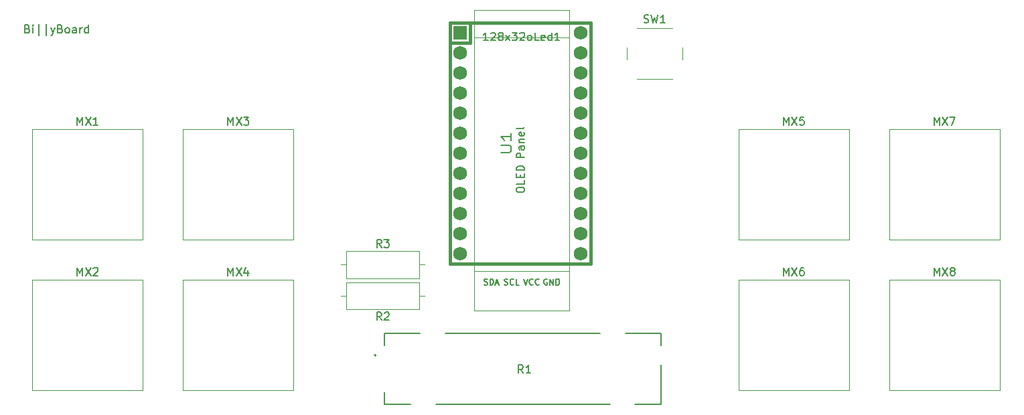
<source format=gbr>
%TF.GenerationSoftware,KiCad,Pcbnew,(7.0.0)*%
%TF.CreationDate,2023-07-31T10:46:51-07:00*%
%TF.ProjectId,macropad-V3,6d616372-6f70-4616-942d-56332e6b6963,rev?*%
%TF.SameCoordinates,Original*%
%TF.FileFunction,Legend,Top*%
%TF.FilePolarity,Positive*%
%FSLAX46Y46*%
G04 Gerber Fmt 4.6, Leading zero omitted, Abs format (unit mm)*
G04 Created by KiCad (PCBNEW (7.0.0)) date 2023-07-31 10:46:51*
%MOMM*%
%LPD*%
G01*
G04 APERTURE LIST*
%ADD10C,0.150000*%
%ADD11C,0.203200*%
%ADD12C,0.120000*%
%ADD13C,0.381000*%
%ADD14C,0.040000*%
%ADD15C,0.127000*%
%ADD16C,0.200000*%
%ADD17R,1.752600X1.752600*%
%ADD18C,1.752600*%
G04 APERTURE END LIST*
D10*
X77660428Y-53233571D02*
X77803285Y-53281190D01*
X77803285Y-53281190D02*
X77850904Y-53328809D01*
X77850904Y-53328809D02*
X77898523Y-53424047D01*
X77898523Y-53424047D02*
X77898523Y-53566904D01*
X77898523Y-53566904D02*
X77850904Y-53662142D01*
X77850904Y-53662142D02*
X77803285Y-53709761D01*
X77803285Y-53709761D02*
X77708047Y-53757380D01*
X77708047Y-53757380D02*
X77327095Y-53757380D01*
X77327095Y-53757380D02*
X77327095Y-52757380D01*
X77327095Y-52757380D02*
X77660428Y-52757380D01*
X77660428Y-52757380D02*
X77755666Y-52805000D01*
X77755666Y-52805000D02*
X77803285Y-52852619D01*
X77803285Y-52852619D02*
X77850904Y-52947857D01*
X77850904Y-52947857D02*
X77850904Y-53043095D01*
X77850904Y-53043095D02*
X77803285Y-53138333D01*
X77803285Y-53138333D02*
X77755666Y-53185952D01*
X77755666Y-53185952D02*
X77660428Y-53233571D01*
X77660428Y-53233571D02*
X77327095Y-53233571D01*
X78327095Y-53757380D02*
X78327095Y-53090714D01*
X78327095Y-52757380D02*
X78279476Y-52805000D01*
X78279476Y-52805000D02*
X78327095Y-52852619D01*
X78327095Y-52852619D02*
X78374714Y-52805000D01*
X78374714Y-52805000D02*
X78327095Y-52757380D01*
X78327095Y-52757380D02*
X78327095Y-52852619D01*
X79041380Y-54090714D02*
X79041380Y-52662142D01*
X79993761Y-54090714D02*
X79993761Y-52662142D01*
X80612809Y-53090714D02*
X80850904Y-53757380D01*
X81088999Y-53090714D02*
X80850904Y-53757380D01*
X80850904Y-53757380D02*
X80755666Y-53995476D01*
X80755666Y-53995476D02*
X80708047Y-54043095D01*
X80708047Y-54043095D02*
X80612809Y-54090714D01*
X81803285Y-53233571D02*
X81946142Y-53281190D01*
X81946142Y-53281190D02*
X81993761Y-53328809D01*
X81993761Y-53328809D02*
X82041380Y-53424047D01*
X82041380Y-53424047D02*
X82041380Y-53566904D01*
X82041380Y-53566904D02*
X81993761Y-53662142D01*
X81993761Y-53662142D02*
X81946142Y-53709761D01*
X81946142Y-53709761D02*
X81850904Y-53757380D01*
X81850904Y-53757380D02*
X81469952Y-53757380D01*
X81469952Y-53757380D02*
X81469952Y-52757380D01*
X81469952Y-52757380D02*
X81803285Y-52757380D01*
X81803285Y-52757380D02*
X81898523Y-52805000D01*
X81898523Y-52805000D02*
X81946142Y-52852619D01*
X81946142Y-52852619D02*
X81993761Y-52947857D01*
X81993761Y-52947857D02*
X81993761Y-53043095D01*
X81993761Y-53043095D02*
X81946142Y-53138333D01*
X81946142Y-53138333D02*
X81898523Y-53185952D01*
X81898523Y-53185952D02*
X81803285Y-53233571D01*
X81803285Y-53233571D02*
X81469952Y-53233571D01*
X82612809Y-53757380D02*
X82517571Y-53709761D01*
X82517571Y-53709761D02*
X82469952Y-53662142D01*
X82469952Y-53662142D02*
X82422333Y-53566904D01*
X82422333Y-53566904D02*
X82422333Y-53281190D01*
X82422333Y-53281190D02*
X82469952Y-53185952D01*
X82469952Y-53185952D02*
X82517571Y-53138333D01*
X82517571Y-53138333D02*
X82612809Y-53090714D01*
X82612809Y-53090714D02*
X82755666Y-53090714D01*
X82755666Y-53090714D02*
X82850904Y-53138333D01*
X82850904Y-53138333D02*
X82898523Y-53185952D01*
X82898523Y-53185952D02*
X82946142Y-53281190D01*
X82946142Y-53281190D02*
X82946142Y-53566904D01*
X82946142Y-53566904D02*
X82898523Y-53662142D01*
X82898523Y-53662142D02*
X82850904Y-53709761D01*
X82850904Y-53709761D02*
X82755666Y-53757380D01*
X82755666Y-53757380D02*
X82612809Y-53757380D01*
X83803285Y-53757380D02*
X83803285Y-53233571D01*
X83803285Y-53233571D02*
X83755666Y-53138333D01*
X83755666Y-53138333D02*
X83660428Y-53090714D01*
X83660428Y-53090714D02*
X83469952Y-53090714D01*
X83469952Y-53090714D02*
X83374714Y-53138333D01*
X83803285Y-53709761D02*
X83708047Y-53757380D01*
X83708047Y-53757380D02*
X83469952Y-53757380D01*
X83469952Y-53757380D02*
X83374714Y-53709761D01*
X83374714Y-53709761D02*
X83327095Y-53614523D01*
X83327095Y-53614523D02*
X83327095Y-53519285D01*
X83327095Y-53519285D02*
X83374714Y-53424047D01*
X83374714Y-53424047D02*
X83469952Y-53376428D01*
X83469952Y-53376428D02*
X83708047Y-53376428D01*
X83708047Y-53376428D02*
X83803285Y-53328809D01*
X84279476Y-53757380D02*
X84279476Y-53090714D01*
X84279476Y-53281190D02*
X84327095Y-53185952D01*
X84327095Y-53185952D02*
X84374714Y-53138333D01*
X84374714Y-53138333D02*
X84469952Y-53090714D01*
X84469952Y-53090714D02*
X84565190Y-53090714D01*
X85327095Y-53757380D02*
X85327095Y-52757380D01*
X85327095Y-53709761D02*
X85231857Y-53757380D01*
X85231857Y-53757380D02*
X85041381Y-53757380D01*
X85041381Y-53757380D02*
X84946143Y-53709761D01*
X84946143Y-53709761D02*
X84898524Y-53662142D01*
X84898524Y-53662142D02*
X84850905Y-53566904D01*
X84850905Y-53566904D02*
X84850905Y-53281190D01*
X84850905Y-53281190D02*
X84898524Y-53185952D01*
X84898524Y-53185952D02*
X84946143Y-53138333D01*
X84946143Y-53138333D02*
X85041381Y-53090714D01*
X85041381Y-53090714D02*
X85231857Y-53090714D01*
X85231857Y-53090714D02*
X85327095Y-53138333D01*
%TO.C,MX7*%
X192262286Y-65391380D02*
X192262286Y-64391380D01*
X192262286Y-64391380D02*
X192595619Y-65105666D01*
X192595619Y-65105666D02*
X192928952Y-64391380D01*
X192928952Y-64391380D02*
X192928952Y-65391380D01*
X193309905Y-64391380D02*
X193976571Y-65391380D01*
X193976571Y-64391380D02*
X193309905Y-65391380D01*
X194262286Y-64391380D02*
X194928952Y-64391380D01*
X194928952Y-64391380D02*
X194500381Y-65391380D01*
%TO.C,MX2*%
X83931286Y-84441380D02*
X83931286Y-83441380D01*
X83931286Y-83441380D02*
X84264619Y-84155666D01*
X84264619Y-84155666D02*
X84597952Y-83441380D01*
X84597952Y-83441380D02*
X84597952Y-84441380D01*
X84978905Y-83441380D02*
X85645571Y-84441380D01*
X85645571Y-83441380D02*
X84978905Y-84441380D01*
X85978905Y-83536619D02*
X86026524Y-83489000D01*
X86026524Y-83489000D02*
X86121762Y-83441380D01*
X86121762Y-83441380D02*
X86359857Y-83441380D01*
X86359857Y-83441380D02*
X86455095Y-83489000D01*
X86455095Y-83489000D02*
X86502714Y-83536619D01*
X86502714Y-83536619D02*
X86550333Y-83631857D01*
X86550333Y-83631857D02*
X86550333Y-83727095D01*
X86550333Y-83727095D02*
X86502714Y-83869952D01*
X86502714Y-83869952D02*
X85931286Y-84441380D01*
X85931286Y-84441380D02*
X86550333Y-84441380D01*
%TO.C,SW1*%
X155586667Y-52421761D02*
X155729524Y-52469380D01*
X155729524Y-52469380D02*
X155967619Y-52469380D01*
X155967619Y-52469380D02*
X156062857Y-52421761D01*
X156062857Y-52421761D02*
X156110476Y-52374142D01*
X156110476Y-52374142D02*
X156158095Y-52278904D01*
X156158095Y-52278904D02*
X156158095Y-52183666D01*
X156158095Y-52183666D02*
X156110476Y-52088428D01*
X156110476Y-52088428D02*
X156062857Y-52040809D01*
X156062857Y-52040809D02*
X155967619Y-51993190D01*
X155967619Y-51993190D02*
X155777143Y-51945571D01*
X155777143Y-51945571D02*
X155681905Y-51897952D01*
X155681905Y-51897952D02*
X155634286Y-51850333D01*
X155634286Y-51850333D02*
X155586667Y-51755095D01*
X155586667Y-51755095D02*
X155586667Y-51659857D01*
X155586667Y-51659857D02*
X155634286Y-51564619D01*
X155634286Y-51564619D02*
X155681905Y-51517000D01*
X155681905Y-51517000D02*
X155777143Y-51469380D01*
X155777143Y-51469380D02*
X156015238Y-51469380D01*
X156015238Y-51469380D02*
X156158095Y-51517000D01*
X156491429Y-51469380D02*
X156729524Y-52469380D01*
X156729524Y-52469380D02*
X156920000Y-51755095D01*
X156920000Y-51755095D02*
X157110476Y-52469380D01*
X157110476Y-52469380D02*
X157348572Y-51469380D01*
X158253333Y-52469380D02*
X157681905Y-52469380D01*
X157967619Y-52469380D02*
X157967619Y-51469380D01*
X157967619Y-51469380D02*
X157872381Y-51612238D01*
X157872381Y-51612238D02*
X157777143Y-51707476D01*
X157777143Y-51707476D02*
X157681905Y-51755095D01*
%TO.C,R3*%
X122388333Y-80885380D02*
X122055000Y-80409190D01*
X121816905Y-80885380D02*
X121816905Y-79885380D01*
X121816905Y-79885380D02*
X122197857Y-79885380D01*
X122197857Y-79885380D02*
X122293095Y-79933000D01*
X122293095Y-79933000D02*
X122340714Y-79980619D01*
X122340714Y-79980619D02*
X122388333Y-80075857D01*
X122388333Y-80075857D02*
X122388333Y-80218714D01*
X122388333Y-80218714D02*
X122340714Y-80313952D01*
X122340714Y-80313952D02*
X122293095Y-80361571D01*
X122293095Y-80361571D02*
X122197857Y-80409190D01*
X122197857Y-80409190D02*
X121816905Y-80409190D01*
X122721667Y-79885380D02*
X123340714Y-79885380D01*
X123340714Y-79885380D02*
X123007381Y-80266333D01*
X123007381Y-80266333D02*
X123150238Y-80266333D01*
X123150238Y-80266333D02*
X123245476Y-80313952D01*
X123245476Y-80313952D02*
X123293095Y-80361571D01*
X123293095Y-80361571D02*
X123340714Y-80456809D01*
X123340714Y-80456809D02*
X123340714Y-80694904D01*
X123340714Y-80694904D02*
X123293095Y-80790142D01*
X123293095Y-80790142D02*
X123245476Y-80837761D01*
X123245476Y-80837761D02*
X123150238Y-80885380D01*
X123150238Y-80885380D02*
X122864524Y-80885380D01*
X122864524Y-80885380D02*
X122769286Y-80837761D01*
X122769286Y-80837761D02*
X122721667Y-80790142D01*
%TO.C,MX6*%
X173212286Y-84441380D02*
X173212286Y-83441380D01*
X173212286Y-83441380D02*
X173545619Y-84155666D01*
X173545619Y-84155666D02*
X173878952Y-83441380D01*
X173878952Y-83441380D02*
X173878952Y-84441380D01*
X174259905Y-83441380D02*
X174926571Y-84441380D01*
X174926571Y-83441380D02*
X174259905Y-84441380D01*
X175736095Y-83441380D02*
X175545619Y-83441380D01*
X175545619Y-83441380D02*
X175450381Y-83489000D01*
X175450381Y-83489000D02*
X175402762Y-83536619D01*
X175402762Y-83536619D02*
X175307524Y-83679476D01*
X175307524Y-83679476D02*
X175259905Y-83869952D01*
X175259905Y-83869952D02*
X175259905Y-84250904D01*
X175259905Y-84250904D02*
X175307524Y-84346142D01*
X175307524Y-84346142D02*
X175355143Y-84393761D01*
X175355143Y-84393761D02*
X175450381Y-84441380D01*
X175450381Y-84441380D02*
X175640857Y-84441380D01*
X175640857Y-84441380D02*
X175736095Y-84393761D01*
X175736095Y-84393761D02*
X175783714Y-84346142D01*
X175783714Y-84346142D02*
X175831333Y-84250904D01*
X175831333Y-84250904D02*
X175831333Y-84012809D01*
X175831333Y-84012809D02*
X175783714Y-83917571D01*
X175783714Y-83917571D02*
X175736095Y-83869952D01*
X175736095Y-83869952D02*
X175640857Y-83822333D01*
X175640857Y-83822333D02*
X175450381Y-83822333D01*
X175450381Y-83822333D02*
X175355143Y-83869952D01*
X175355143Y-83869952D02*
X175307524Y-83917571D01*
X175307524Y-83917571D02*
X175259905Y-84012809D01*
%TO.C,MX4*%
X102981286Y-84441380D02*
X102981286Y-83441380D01*
X102981286Y-83441380D02*
X103314619Y-84155666D01*
X103314619Y-84155666D02*
X103647952Y-83441380D01*
X103647952Y-83441380D02*
X103647952Y-84441380D01*
X104028905Y-83441380D02*
X104695571Y-84441380D01*
X104695571Y-83441380D02*
X104028905Y-84441380D01*
X105505095Y-83774714D02*
X105505095Y-84441380D01*
X105267000Y-83393761D02*
X105028905Y-84108047D01*
X105028905Y-84108047D02*
X105647952Y-84108047D01*
%TO.C,MX5*%
X173212286Y-65391380D02*
X173212286Y-64391380D01*
X173212286Y-64391380D02*
X173545619Y-65105666D01*
X173545619Y-65105666D02*
X173878952Y-64391380D01*
X173878952Y-64391380D02*
X173878952Y-65391380D01*
X174259905Y-64391380D02*
X174926571Y-65391380D01*
X174926571Y-64391380D02*
X174259905Y-65391380D01*
X175783714Y-64391380D02*
X175307524Y-64391380D01*
X175307524Y-64391380D02*
X175259905Y-64867571D01*
X175259905Y-64867571D02*
X175307524Y-64819952D01*
X175307524Y-64819952D02*
X175402762Y-64772333D01*
X175402762Y-64772333D02*
X175640857Y-64772333D01*
X175640857Y-64772333D02*
X175736095Y-64819952D01*
X175736095Y-64819952D02*
X175783714Y-64867571D01*
X175783714Y-64867571D02*
X175831333Y-64962809D01*
X175831333Y-64962809D02*
X175831333Y-65200904D01*
X175831333Y-65200904D02*
X175783714Y-65296142D01*
X175783714Y-65296142D02*
X175736095Y-65343761D01*
X175736095Y-65343761D02*
X175640857Y-65391380D01*
X175640857Y-65391380D02*
X175402762Y-65391380D01*
X175402762Y-65391380D02*
X175307524Y-65343761D01*
X175307524Y-65343761D02*
X175259905Y-65296142D01*
D11*
%TO.C,U1*%
X137525573Y-68852142D02*
X138553669Y-68852142D01*
X138553669Y-68852142D02*
X138674621Y-68779571D01*
X138674621Y-68779571D02*
X138735097Y-68707000D01*
X138735097Y-68707000D02*
X138795573Y-68561857D01*
X138795573Y-68561857D02*
X138795573Y-68271571D01*
X138795573Y-68271571D02*
X138735097Y-68126428D01*
X138735097Y-68126428D02*
X138674621Y-68053857D01*
X138674621Y-68053857D02*
X138553669Y-67981285D01*
X138553669Y-67981285D02*
X137525573Y-67981285D01*
X138795573Y-66457286D02*
X138795573Y-67328143D01*
X138795573Y-66892714D02*
X137525573Y-66892714D01*
X137525573Y-66892714D02*
X137707002Y-67037857D01*
X137707002Y-67037857D02*
X137827954Y-67183000D01*
X137827954Y-67183000D02*
X137888430Y-67328143D01*
D10*
%TO.C,MX8*%
X192262286Y-84441380D02*
X192262286Y-83441380D01*
X192262286Y-83441380D02*
X192595619Y-84155666D01*
X192595619Y-84155666D02*
X192928952Y-83441380D01*
X192928952Y-83441380D02*
X192928952Y-84441380D01*
X193309905Y-83441380D02*
X193976571Y-84441380D01*
X193976571Y-83441380D02*
X193309905Y-84441380D01*
X194500381Y-83869952D02*
X194405143Y-83822333D01*
X194405143Y-83822333D02*
X194357524Y-83774714D01*
X194357524Y-83774714D02*
X194309905Y-83679476D01*
X194309905Y-83679476D02*
X194309905Y-83631857D01*
X194309905Y-83631857D02*
X194357524Y-83536619D01*
X194357524Y-83536619D02*
X194405143Y-83489000D01*
X194405143Y-83489000D02*
X194500381Y-83441380D01*
X194500381Y-83441380D02*
X194690857Y-83441380D01*
X194690857Y-83441380D02*
X194786095Y-83489000D01*
X194786095Y-83489000D02*
X194833714Y-83536619D01*
X194833714Y-83536619D02*
X194881333Y-83631857D01*
X194881333Y-83631857D02*
X194881333Y-83679476D01*
X194881333Y-83679476D02*
X194833714Y-83774714D01*
X194833714Y-83774714D02*
X194786095Y-83822333D01*
X194786095Y-83822333D02*
X194690857Y-83869952D01*
X194690857Y-83869952D02*
X194500381Y-83869952D01*
X194500381Y-83869952D02*
X194405143Y-83917571D01*
X194405143Y-83917571D02*
X194357524Y-83965190D01*
X194357524Y-83965190D02*
X194309905Y-84060428D01*
X194309905Y-84060428D02*
X194309905Y-84250904D01*
X194309905Y-84250904D02*
X194357524Y-84346142D01*
X194357524Y-84346142D02*
X194405143Y-84393761D01*
X194405143Y-84393761D02*
X194500381Y-84441380D01*
X194500381Y-84441380D02*
X194690857Y-84441380D01*
X194690857Y-84441380D02*
X194786095Y-84393761D01*
X194786095Y-84393761D02*
X194833714Y-84346142D01*
X194833714Y-84346142D02*
X194881333Y-84250904D01*
X194881333Y-84250904D02*
X194881333Y-84060428D01*
X194881333Y-84060428D02*
X194833714Y-83965190D01*
X194833714Y-83965190D02*
X194786095Y-83917571D01*
X194786095Y-83917571D02*
X194690857Y-83869952D01*
%TO.C,128x32oLed1*%
X135854904Y-54705380D02*
X135283476Y-54705380D01*
X135569190Y-54705380D02*
X135569190Y-53705380D01*
X135569190Y-53705380D02*
X135473952Y-53848238D01*
X135473952Y-53848238D02*
X135378714Y-53943476D01*
X135378714Y-53943476D02*
X135283476Y-53991095D01*
X136235857Y-53800619D02*
X136283476Y-53753000D01*
X136283476Y-53753000D02*
X136378714Y-53705380D01*
X136378714Y-53705380D02*
X136616809Y-53705380D01*
X136616809Y-53705380D02*
X136712047Y-53753000D01*
X136712047Y-53753000D02*
X136759666Y-53800619D01*
X136759666Y-53800619D02*
X136807285Y-53895857D01*
X136807285Y-53895857D02*
X136807285Y-53991095D01*
X136807285Y-53991095D02*
X136759666Y-54133952D01*
X136759666Y-54133952D02*
X136188238Y-54705380D01*
X136188238Y-54705380D02*
X136807285Y-54705380D01*
X137378714Y-54133952D02*
X137283476Y-54086333D01*
X137283476Y-54086333D02*
X137235857Y-54038714D01*
X137235857Y-54038714D02*
X137188238Y-53943476D01*
X137188238Y-53943476D02*
X137188238Y-53895857D01*
X137188238Y-53895857D02*
X137235857Y-53800619D01*
X137235857Y-53800619D02*
X137283476Y-53753000D01*
X137283476Y-53753000D02*
X137378714Y-53705380D01*
X137378714Y-53705380D02*
X137569190Y-53705380D01*
X137569190Y-53705380D02*
X137664428Y-53753000D01*
X137664428Y-53753000D02*
X137712047Y-53800619D01*
X137712047Y-53800619D02*
X137759666Y-53895857D01*
X137759666Y-53895857D02*
X137759666Y-53943476D01*
X137759666Y-53943476D02*
X137712047Y-54038714D01*
X137712047Y-54038714D02*
X137664428Y-54086333D01*
X137664428Y-54086333D02*
X137569190Y-54133952D01*
X137569190Y-54133952D02*
X137378714Y-54133952D01*
X137378714Y-54133952D02*
X137283476Y-54181571D01*
X137283476Y-54181571D02*
X137235857Y-54229190D01*
X137235857Y-54229190D02*
X137188238Y-54324428D01*
X137188238Y-54324428D02*
X137188238Y-54514904D01*
X137188238Y-54514904D02*
X137235857Y-54610142D01*
X137235857Y-54610142D02*
X137283476Y-54657761D01*
X137283476Y-54657761D02*
X137378714Y-54705380D01*
X137378714Y-54705380D02*
X137569190Y-54705380D01*
X137569190Y-54705380D02*
X137664428Y-54657761D01*
X137664428Y-54657761D02*
X137712047Y-54610142D01*
X137712047Y-54610142D02*
X137759666Y-54514904D01*
X137759666Y-54514904D02*
X137759666Y-54324428D01*
X137759666Y-54324428D02*
X137712047Y-54229190D01*
X137712047Y-54229190D02*
X137664428Y-54181571D01*
X137664428Y-54181571D02*
X137569190Y-54133952D01*
X138093000Y-54705380D02*
X138616809Y-54038714D01*
X138093000Y-54038714D02*
X138616809Y-54705380D01*
X138902524Y-53705380D02*
X139521571Y-53705380D01*
X139521571Y-53705380D02*
X139188238Y-54086333D01*
X139188238Y-54086333D02*
X139331095Y-54086333D01*
X139331095Y-54086333D02*
X139426333Y-54133952D01*
X139426333Y-54133952D02*
X139473952Y-54181571D01*
X139473952Y-54181571D02*
X139521571Y-54276809D01*
X139521571Y-54276809D02*
X139521571Y-54514904D01*
X139521571Y-54514904D02*
X139473952Y-54610142D01*
X139473952Y-54610142D02*
X139426333Y-54657761D01*
X139426333Y-54657761D02*
X139331095Y-54705380D01*
X139331095Y-54705380D02*
X139045381Y-54705380D01*
X139045381Y-54705380D02*
X138950143Y-54657761D01*
X138950143Y-54657761D02*
X138902524Y-54610142D01*
X139902524Y-53800619D02*
X139950143Y-53753000D01*
X139950143Y-53753000D02*
X140045381Y-53705380D01*
X140045381Y-53705380D02*
X140283476Y-53705380D01*
X140283476Y-53705380D02*
X140378714Y-53753000D01*
X140378714Y-53753000D02*
X140426333Y-53800619D01*
X140426333Y-53800619D02*
X140473952Y-53895857D01*
X140473952Y-53895857D02*
X140473952Y-53991095D01*
X140473952Y-53991095D02*
X140426333Y-54133952D01*
X140426333Y-54133952D02*
X139854905Y-54705380D01*
X139854905Y-54705380D02*
X140473952Y-54705380D01*
X141045381Y-54705380D02*
X140950143Y-54657761D01*
X140950143Y-54657761D02*
X140902524Y-54610142D01*
X140902524Y-54610142D02*
X140854905Y-54514904D01*
X140854905Y-54514904D02*
X140854905Y-54229190D01*
X140854905Y-54229190D02*
X140902524Y-54133952D01*
X140902524Y-54133952D02*
X140950143Y-54086333D01*
X140950143Y-54086333D02*
X141045381Y-54038714D01*
X141045381Y-54038714D02*
X141188238Y-54038714D01*
X141188238Y-54038714D02*
X141283476Y-54086333D01*
X141283476Y-54086333D02*
X141331095Y-54133952D01*
X141331095Y-54133952D02*
X141378714Y-54229190D01*
X141378714Y-54229190D02*
X141378714Y-54514904D01*
X141378714Y-54514904D02*
X141331095Y-54610142D01*
X141331095Y-54610142D02*
X141283476Y-54657761D01*
X141283476Y-54657761D02*
X141188238Y-54705380D01*
X141188238Y-54705380D02*
X141045381Y-54705380D01*
X142283476Y-54705380D02*
X141807286Y-54705380D01*
X141807286Y-54705380D02*
X141807286Y-53705380D01*
X142997762Y-54657761D02*
X142902524Y-54705380D01*
X142902524Y-54705380D02*
X142712048Y-54705380D01*
X142712048Y-54705380D02*
X142616810Y-54657761D01*
X142616810Y-54657761D02*
X142569191Y-54562523D01*
X142569191Y-54562523D02*
X142569191Y-54181571D01*
X142569191Y-54181571D02*
X142616810Y-54086333D01*
X142616810Y-54086333D02*
X142712048Y-54038714D01*
X142712048Y-54038714D02*
X142902524Y-54038714D01*
X142902524Y-54038714D02*
X142997762Y-54086333D01*
X142997762Y-54086333D02*
X143045381Y-54181571D01*
X143045381Y-54181571D02*
X143045381Y-54276809D01*
X143045381Y-54276809D02*
X142569191Y-54372047D01*
X143902524Y-54705380D02*
X143902524Y-53705380D01*
X143902524Y-54657761D02*
X143807286Y-54705380D01*
X143807286Y-54705380D02*
X143616810Y-54705380D01*
X143616810Y-54705380D02*
X143521572Y-54657761D01*
X143521572Y-54657761D02*
X143473953Y-54610142D01*
X143473953Y-54610142D02*
X143426334Y-54514904D01*
X143426334Y-54514904D02*
X143426334Y-54229190D01*
X143426334Y-54229190D02*
X143473953Y-54133952D01*
X143473953Y-54133952D02*
X143521572Y-54086333D01*
X143521572Y-54086333D02*
X143616810Y-54038714D01*
X143616810Y-54038714D02*
X143807286Y-54038714D01*
X143807286Y-54038714D02*
X143902524Y-54086333D01*
X144902524Y-54705380D02*
X144331096Y-54705380D01*
X144616810Y-54705380D02*
X144616810Y-53705380D01*
X144616810Y-53705380D02*
X144521572Y-53848238D01*
X144521572Y-53848238D02*
X144426334Y-53943476D01*
X144426334Y-53943476D02*
X144331096Y-53991095D01*
X143331571Y-84899250D02*
X143260143Y-84863535D01*
X143260143Y-84863535D02*
X143153000Y-84863535D01*
X143153000Y-84863535D02*
X143045857Y-84899250D01*
X143045857Y-84899250D02*
X142974428Y-84970678D01*
X142974428Y-84970678D02*
X142938714Y-85042107D01*
X142938714Y-85042107D02*
X142903000Y-85184964D01*
X142903000Y-85184964D02*
X142903000Y-85292107D01*
X142903000Y-85292107D02*
X142938714Y-85434964D01*
X142938714Y-85434964D02*
X142974428Y-85506392D01*
X142974428Y-85506392D02*
X143045857Y-85577821D01*
X143045857Y-85577821D02*
X143153000Y-85613535D01*
X143153000Y-85613535D02*
X143224428Y-85613535D01*
X143224428Y-85613535D02*
X143331571Y-85577821D01*
X143331571Y-85577821D02*
X143367285Y-85542107D01*
X143367285Y-85542107D02*
X143367285Y-85292107D01*
X143367285Y-85292107D02*
X143224428Y-85292107D01*
X143688714Y-85613535D02*
X143688714Y-84863535D01*
X143688714Y-84863535D02*
X144117285Y-85613535D01*
X144117285Y-85613535D02*
X144117285Y-84863535D01*
X144474428Y-85613535D02*
X144474428Y-84863535D01*
X144474428Y-84863535D02*
X144652999Y-84863535D01*
X144652999Y-84863535D02*
X144760142Y-84899250D01*
X144760142Y-84899250D02*
X144831571Y-84970678D01*
X144831571Y-84970678D02*
X144867285Y-85042107D01*
X144867285Y-85042107D02*
X144902999Y-85184964D01*
X144902999Y-85184964D02*
X144902999Y-85292107D01*
X144902999Y-85292107D02*
X144867285Y-85434964D01*
X144867285Y-85434964D02*
X144831571Y-85506392D01*
X144831571Y-85506392D02*
X144760142Y-85577821D01*
X144760142Y-85577821D02*
X144652999Y-85613535D01*
X144652999Y-85613535D02*
X144474428Y-85613535D01*
X137930143Y-85577821D02*
X138037286Y-85613535D01*
X138037286Y-85613535D02*
X138215857Y-85613535D01*
X138215857Y-85613535D02*
X138287286Y-85577821D01*
X138287286Y-85577821D02*
X138323000Y-85542107D01*
X138323000Y-85542107D02*
X138358714Y-85470678D01*
X138358714Y-85470678D02*
X138358714Y-85399250D01*
X138358714Y-85399250D02*
X138323000Y-85327821D01*
X138323000Y-85327821D02*
X138287286Y-85292107D01*
X138287286Y-85292107D02*
X138215857Y-85256392D01*
X138215857Y-85256392D02*
X138073000Y-85220678D01*
X138073000Y-85220678D02*
X138001571Y-85184964D01*
X138001571Y-85184964D02*
X137965857Y-85149250D01*
X137965857Y-85149250D02*
X137930143Y-85077821D01*
X137930143Y-85077821D02*
X137930143Y-85006392D01*
X137930143Y-85006392D02*
X137965857Y-84934964D01*
X137965857Y-84934964D02*
X138001571Y-84899250D01*
X138001571Y-84899250D02*
X138073000Y-84863535D01*
X138073000Y-84863535D02*
X138251571Y-84863535D01*
X138251571Y-84863535D02*
X138358714Y-84899250D01*
X139108714Y-85542107D02*
X139073000Y-85577821D01*
X139073000Y-85577821D02*
X138965857Y-85613535D01*
X138965857Y-85613535D02*
X138894429Y-85613535D01*
X138894429Y-85613535D02*
X138787286Y-85577821D01*
X138787286Y-85577821D02*
X138715857Y-85506392D01*
X138715857Y-85506392D02*
X138680143Y-85434964D01*
X138680143Y-85434964D02*
X138644429Y-85292107D01*
X138644429Y-85292107D02*
X138644429Y-85184964D01*
X138644429Y-85184964D02*
X138680143Y-85042107D01*
X138680143Y-85042107D02*
X138715857Y-84970678D01*
X138715857Y-84970678D02*
X138787286Y-84899250D01*
X138787286Y-84899250D02*
X138894429Y-84863535D01*
X138894429Y-84863535D02*
X138965857Y-84863535D01*
X138965857Y-84863535D02*
X139073000Y-84899250D01*
X139073000Y-84899250D02*
X139108714Y-84934964D01*
X139787286Y-85613535D02*
X139430143Y-85613535D01*
X139430143Y-85613535D02*
X139430143Y-84863535D01*
X135372286Y-85577821D02*
X135479429Y-85613535D01*
X135479429Y-85613535D02*
X135658000Y-85613535D01*
X135658000Y-85613535D02*
X135729429Y-85577821D01*
X135729429Y-85577821D02*
X135765143Y-85542107D01*
X135765143Y-85542107D02*
X135800857Y-85470678D01*
X135800857Y-85470678D02*
X135800857Y-85399250D01*
X135800857Y-85399250D02*
X135765143Y-85327821D01*
X135765143Y-85327821D02*
X135729429Y-85292107D01*
X135729429Y-85292107D02*
X135658000Y-85256392D01*
X135658000Y-85256392D02*
X135515143Y-85220678D01*
X135515143Y-85220678D02*
X135443714Y-85184964D01*
X135443714Y-85184964D02*
X135408000Y-85149250D01*
X135408000Y-85149250D02*
X135372286Y-85077821D01*
X135372286Y-85077821D02*
X135372286Y-85006392D01*
X135372286Y-85006392D02*
X135408000Y-84934964D01*
X135408000Y-84934964D02*
X135443714Y-84899250D01*
X135443714Y-84899250D02*
X135515143Y-84863535D01*
X135515143Y-84863535D02*
X135693714Y-84863535D01*
X135693714Y-84863535D02*
X135800857Y-84899250D01*
X136122286Y-85613535D02*
X136122286Y-84863535D01*
X136122286Y-84863535D02*
X136300857Y-84863535D01*
X136300857Y-84863535D02*
X136408000Y-84899250D01*
X136408000Y-84899250D02*
X136479429Y-84970678D01*
X136479429Y-84970678D02*
X136515143Y-85042107D01*
X136515143Y-85042107D02*
X136550857Y-85184964D01*
X136550857Y-85184964D02*
X136550857Y-85292107D01*
X136550857Y-85292107D02*
X136515143Y-85434964D01*
X136515143Y-85434964D02*
X136479429Y-85506392D01*
X136479429Y-85506392D02*
X136408000Y-85577821D01*
X136408000Y-85577821D02*
X136300857Y-85613535D01*
X136300857Y-85613535D02*
X136122286Y-85613535D01*
X136836572Y-85399250D02*
X137193715Y-85399250D01*
X136765143Y-85613535D02*
X137015143Y-84863535D01*
X137015143Y-84863535D02*
X137265143Y-85613535D01*
X140363000Y-84863535D02*
X140613000Y-85613535D01*
X140613000Y-85613535D02*
X140863000Y-84863535D01*
X141541571Y-85542107D02*
X141505857Y-85577821D01*
X141505857Y-85577821D02*
X141398714Y-85613535D01*
X141398714Y-85613535D02*
X141327286Y-85613535D01*
X141327286Y-85613535D02*
X141220143Y-85577821D01*
X141220143Y-85577821D02*
X141148714Y-85506392D01*
X141148714Y-85506392D02*
X141113000Y-85434964D01*
X141113000Y-85434964D02*
X141077286Y-85292107D01*
X141077286Y-85292107D02*
X141077286Y-85184964D01*
X141077286Y-85184964D02*
X141113000Y-85042107D01*
X141113000Y-85042107D02*
X141148714Y-84970678D01*
X141148714Y-84970678D02*
X141220143Y-84899250D01*
X141220143Y-84899250D02*
X141327286Y-84863535D01*
X141327286Y-84863535D02*
X141398714Y-84863535D01*
X141398714Y-84863535D02*
X141505857Y-84899250D01*
X141505857Y-84899250D02*
X141541571Y-84934964D01*
X142291571Y-85542107D02*
X142255857Y-85577821D01*
X142255857Y-85577821D02*
X142148714Y-85613535D01*
X142148714Y-85613535D02*
X142077286Y-85613535D01*
X142077286Y-85613535D02*
X141970143Y-85577821D01*
X141970143Y-85577821D02*
X141898714Y-85506392D01*
X141898714Y-85506392D02*
X141863000Y-85434964D01*
X141863000Y-85434964D02*
X141827286Y-85292107D01*
X141827286Y-85292107D02*
X141827286Y-85184964D01*
X141827286Y-85184964D02*
X141863000Y-85042107D01*
X141863000Y-85042107D02*
X141898714Y-84970678D01*
X141898714Y-84970678D02*
X141970143Y-84899250D01*
X141970143Y-84899250D02*
X142077286Y-84863535D01*
X142077286Y-84863535D02*
X142148714Y-84863535D01*
X142148714Y-84863535D02*
X142255857Y-84899250D01*
X142255857Y-84899250D02*
X142291571Y-84934964D01*
X139460380Y-73685619D02*
X139460380Y-73495143D01*
X139460380Y-73495143D02*
X139508000Y-73399905D01*
X139508000Y-73399905D02*
X139603238Y-73304667D01*
X139603238Y-73304667D02*
X139793714Y-73257048D01*
X139793714Y-73257048D02*
X140127047Y-73257048D01*
X140127047Y-73257048D02*
X140317523Y-73304667D01*
X140317523Y-73304667D02*
X140412761Y-73399905D01*
X140412761Y-73399905D02*
X140460380Y-73495143D01*
X140460380Y-73495143D02*
X140460380Y-73685619D01*
X140460380Y-73685619D02*
X140412761Y-73780857D01*
X140412761Y-73780857D02*
X140317523Y-73876095D01*
X140317523Y-73876095D02*
X140127047Y-73923714D01*
X140127047Y-73923714D02*
X139793714Y-73923714D01*
X139793714Y-73923714D02*
X139603238Y-73876095D01*
X139603238Y-73876095D02*
X139508000Y-73780857D01*
X139508000Y-73780857D02*
X139460380Y-73685619D01*
X140460380Y-72352286D02*
X140460380Y-72828476D01*
X140460380Y-72828476D02*
X139460380Y-72828476D01*
X139936571Y-72018952D02*
X139936571Y-71685619D01*
X140460380Y-71542762D02*
X140460380Y-72018952D01*
X140460380Y-72018952D02*
X139460380Y-72018952D01*
X139460380Y-72018952D02*
X139460380Y-71542762D01*
X140460380Y-71114190D02*
X139460380Y-71114190D01*
X139460380Y-71114190D02*
X139460380Y-70876095D01*
X139460380Y-70876095D02*
X139508000Y-70733238D01*
X139508000Y-70733238D02*
X139603238Y-70638000D01*
X139603238Y-70638000D02*
X139698476Y-70590381D01*
X139698476Y-70590381D02*
X139888952Y-70542762D01*
X139888952Y-70542762D02*
X140031809Y-70542762D01*
X140031809Y-70542762D02*
X140222285Y-70590381D01*
X140222285Y-70590381D02*
X140317523Y-70638000D01*
X140317523Y-70638000D02*
X140412761Y-70733238D01*
X140412761Y-70733238D02*
X140460380Y-70876095D01*
X140460380Y-70876095D02*
X140460380Y-71114190D01*
X140460380Y-69514190D02*
X139460380Y-69514190D01*
X139460380Y-69514190D02*
X139460380Y-69133238D01*
X139460380Y-69133238D02*
X139508000Y-69038000D01*
X139508000Y-69038000D02*
X139555619Y-68990381D01*
X139555619Y-68990381D02*
X139650857Y-68942762D01*
X139650857Y-68942762D02*
X139793714Y-68942762D01*
X139793714Y-68942762D02*
X139888952Y-68990381D01*
X139888952Y-68990381D02*
X139936571Y-69038000D01*
X139936571Y-69038000D02*
X139984190Y-69133238D01*
X139984190Y-69133238D02*
X139984190Y-69514190D01*
X140460380Y-68085619D02*
X139936571Y-68085619D01*
X139936571Y-68085619D02*
X139841333Y-68133238D01*
X139841333Y-68133238D02*
X139793714Y-68228476D01*
X139793714Y-68228476D02*
X139793714Y-68418952D01*
X139793714Y-68418952D02*
X139841333Y-68514190D01*
X140412761Y-68085619D02*
X140460380Y-68180857D01*
X140460380Y-68180857D02*
X140460380Y-68418952D01*
X140460380Y-68418952D02*
X140412761Y-68514190D01*
X140412761Y-68514190D02*
X140317523Y-68561809D01*
X140317523Y-68561809D02*
X140222285Y-68561809D01*
X140222285Y-68561809D02*
X140127047Y-68514190D01*
X140127047Y-68514190D02*
X140079428Y-68418952D01*
X140079428Y-68418952D02*
X140079428Y-68180857D01*
X140079428Y-68180857D02*
X140031809Y-68085619D01*
X139793714Y-67609428D02*
X140460380Y-67609428D01*
X139888952Y-67609428D02*
X139841333Y-67561809D01*
X139841333Y-67561809D02*
X139793714Y-67466571D01*
X139793714Y-67466571D02*
X139793714Y-67323714D01*
X139793714Y-67323714D02*
X139841333Y-67228476D01*
X139841333Y-67228476D02*
X139936571Y-67180857D01*
X139936571Y-67180857D02*
X140460380Y-67180857D01*
X140412761Y-66323714D02*
X140460380Y-66418952D01*
X140460380Y-66418952D02*
X140460380Y-66609428D01*
X140460380Y-66609428D02*
X140412761Y-66704666D01*
X140412761Y-66704666D02*
X140317523Y-66752285D01*
X140317523Y-66752285D02*
X139936571Y-66752285D01*
X139936571Y-66752285D02*
X139841333Y-66704666D01*
X139841333Y-66704666D02*
X139793714Y-66609428D01*
X139793714Y-66609428D02*
X139793714Y-66418952D01*
X139793714Y-66418952D02*
X139841333Y-66323714D01*
X139841333Y-66323714D02*
X139936571Y-66276095D01*
X139936571Y-66276095D02*
X140031809Y-66276095D01*
X140031809Y-66276095D02*
X140127047Y-66752285D01*
X140460380Y-65704666D02*
X140412761Y-65799904D01*
X140412761Y-65799904D02*
X140317523Y-65847523D01*
X140317523Y-65847523D02*
X139460380Y-65847523D01*
%TO.C,MX1*%
X83931286Y-65391380D02*
X83931286Y-64391380D01*
X83931286Y-64391380D02*
X84264619Y-65105666D01*
X84264619Y-65105666D02*
X84597952Y-64391380D01*
X84597952Y-64391380D02*
X84597952Y-65391380D01*
X84978905Y-64391380D02*
X85645571Y-65391380D01*
X85645571Y-64391380D02*
X84978905Y-65391380D01*
X86550333Y-65391380D02*
X85978905Y-65391380D01*
X86264619Y-65391380D02*
X86264619Y-64391380D01*
X86264619Y-64391380D02*
X86169381Y-64534238D01*
X86169381Y-64534238D02*
X86074143Y-64629476D01*
X86074143Y-64629476D02*
X85978905Y-64677095D01*
%TO.C,R2*%
X122388333Y-90082380D02*
X122055000Y-89606190D01*
X121816905Y-90082380D02*
X121816905Y-89082380D01*
X121816905Y-89082380D02*
X122197857Y-89082380D01*
X122197857Y-89082380D02*
X122293095Y-89130000D01*
X122293095Y-89130000D02*
X122340714Y-89177619D01*
X122340714Y-89177619D02*
X122388333Y-89272857D01*
X122388333Y-89272857D02*
X122388333Y-89415714D01*
X122388333Y-89415714D02*
X122340714Y-89510952D01*
X122340714Y-89510952D02*
X122293095Y-89558571D01*
X122293095Y-89558571D02*
X122197857Y-89606190D01*
X122197857Y-89606190D02*
X121816905Y-89606190D01*
X122769286Y-89177619D02*
X122816905Y-89130000D01*
X122816905Y-89130000D02*
X122912143Y-89082380D01*
X122912143Y-89082380D02*
X123150238Y-89082380D01*
X123150238Y-89082380D02*
X123245476Y-89130000D01*
X123245476Y-89130000D02*
X123293095Y-89177619D01*
X123293095Y-89177619D02*
X123340714Y-89272857D01*
X123340714Y-89272857D02*
X123340714Y-89368095D01*
X123340714Y-89368095D02*
X123293095Y-89510952D01*
X123293095Y-89510952D02*
X122721667Y-90082380D01*
X122721667Y-90082380D02*
X123340714Y-90082380D01*
%TO.C,MX3*%
X102981286Y-65391380D02*
X102981286Y-64391380D01*
X102981286Y-64391380D02*
X103314619Y-65105666D01*
X103314619Y-65105666D02*
X103647952Y-64391380D01*
X103647952Y-64391380D02*
X103647952Y-65391380D01*
X104028905Y-64391380D02*
X104695571Y-65391380D01*
X104695571Y-64391380D02*
X104028905Y-65391380D01*
X104981286Y-64391380D02*
X105600333Y-64391380D01*
X105600333Y-64391380D02*
X105267000Y-64772333D01*
X105267000Y-64772333D02*
X105409857Y-64772333D01*
X105409857Y-64772333D02*
X105505095Y-64819952D01*
X105505095Y-64819952D02*
X105552714Y-64867571D01*
X105552714Y-64867571D02*
X105600333Y-64962809D01*
X105600333Y-64962809D02*
X105600333Y-65200904D01*
X105600333Y-65200904D02*
X105552714Y-65296142D01*
X105552714Y-65296142D02*
X105505095Y-65343761D01*
X105505095Y-65343761D02*
X105409857Y-65391380D01*
X105409857Y-65391380D02*
X105124143Y-65391380D01*
X105124143Y-65391380D02*
X105028905Y-65343761D01*
X105028905Y-65343761D02*
X104981286Y-65296142D01*
%TO.C,R1*%
X140295333Y-96760380D02*
X139962000Y-96284190D01*
X139723905Y-96760380D02*
X139723905Y-95760380D01*
X139723905Y-95760380D02*
X140104857Y-95760380D01*
X140104857Y-95760380D02*
X140200095Y-95808000D01*
X140200095Y-95808000D02*
X140247714Y-95855619D01*
X140247714Y-95855619D02*
X140295333Y-95950857D01*
X140295333Y-95950857D02*
X140295333Y-96093714D01*
X140295333Y-96093714D02*
X140247714Y-96188952D01*
X140247714Y-96188952D02*
X140200095Y-96236571D01*
X140200095Y-96236571D02*
X140104857Y-96284190D01*
X140104857Y-96284190D02*
X139723905Y-96284190D01*
X141247714Y-96760380D02*
X140676286Y-96760380D01*
X140962000Y-96760380D02*
X140962000Y-95760380D01*
X140962000Y-95760380D02*
X140866762Y-95903238D01*
X140866762Y-95903238D02*
X140771524Y-95998476D01*
X140771524Y-95998476D02*
X140676286Y-96046095D01*
D12*
%TO.C,MX7*%
X186563000Y-65913000D02*
X200533000Y-65913000D01*
X186563000Y-79883000D02*
X186563000Y-65913000D01*
X200533000Y-65913000D02*
X200533000Y-79883000D01*
X200533000Y-79883000D02*
X186563000Y-79883000D01*
%TO.C,MX2*%
X78232000Y-84963000D02*
X92202000Y-84963000D01*
X78232000Y-98933000D02*
X78232000Y-84963000D01*
X92202000Y-84963000D02*
X92202000Y-98933000D01*
X92202000Y-98933000D02*
X78232000Y-98933000D01*
%TO.C,SW1*%
X153420000Y-55602000D02*
X153420000Y-57102000D01*
X154670000Y-59602000D02*
X159170000Y-59602000D01*
X159170000Y-53102000D02*
X154670000Y-53102000D01*
X160420000Y-57102000D02*
X160420000Y-55602000D01*
%TO.C,R3*%
X127865000Y-83058000D02*
X127175000Y-83058000D01*
X127175000Y-84778000D02*
X127175000Y-81338000D01*
X127175000Y-81338000D02*
X117935000Y-81338000D01*
X117935000Y-84778000D02*
X127175000Y-84778000D01*
X117935000Y-81338000D02*
X117935000Y-84778000D01*
X117245000Y-83058000D02*
X117935000Y-83058000D01*
%TO.C,MX6*%
X167513000Y-84963000D02*
X181483000Y-84963000D01*
X167513000Y-98933000D02*
X167513000Y-84963000D01*
X181483000Y-84963000D02*
X181483000Y-98933000D01*
X181483000Y-98933000D02*
X167513000Y-98933000D01*
%TO.C,MX4*%
X97282000Y-84963000D02*
X111252000Y-84963000D01*
X97282000Y-98933000D02*
X97282000Y-84963000D01*
X111252000Y-84963000D02*
X111252000Y-98933000D01*
X111252000Y-98933000D02*
X97282000Y-98933000D01*
%TO.C,MX5*%
X167513000Y-65913000D02*
X181483000Y-65913000D01*
X167513000Y-79883000D02*
X167513000Y-65913000D01*
X181483000Y-65913000D02*
X181483000Y-79883000D01*
X181483000Y-79883000D02*
X167513000Y-79883000D01*
D13*
%TO.C,U1*%
X148844000Y-52451000D02*
X131064000Y-52451000D01*
X133604000Y-52451000D02*
X133604000Y-54991000D01*
X131064000Y-52451000D02*
X131064000Y-82931000D01*
X133604000Y-54991000D02*
X131064000Y-54991000D01*
X148844000Y-82931000D02*
X148844000Y-52451000D01*
X131064000Y-82931000D02*
X148844000Y-82931000D01*
D12*
%TO.C,MX8*%
X186563000Y-84963000D02*
X200533000Y-84963000D01*
X186563000Y-98933000D02*
X186563000Y-84963000D01*
X200533000Y-84963000D02*
X200533000Y-98933000D01*
X200533000Y-98933000D02*
X186563000Y-98933000D01*
D14*
%TO.C,128x32oLed1*%
X146093000Y-50838000D02*
X134093000Y-50838000D01*
X134093000Y-50838000D02*
X134093000Y-88838000D01*
X146093000Y-54338000D02*
X134093000Y-54338000D01*
X146093000Y-83838000D02*
X134093000Y-83838000D01*
X146093000Y-88838000D02*
X146093000Y-50838000D01*
X134093000Y-88838000D02*
X146093000Y-88838000D01*
D12*
%TO.C,MX1*%
X78232000Y-65913000D02*
X92202000Y-65913000D01*
X78232000Y-79883000D02*
X78232000Y-65913000D01*
X92202000Y-65913000D02*
X92202000Y-79883000D01*
X92202000Y-79883000D02*
X78232000Y-79883000D01*
%TO.C,R2*%
X127865000Y-86995000D02*
X127175000Y-86995000D01*
X127175000Y-88715000D02*
X127175000Y-85275000D01*
X127175000Y-85275000D02*
X117935000Y-85275000D01*
X117935000Y-88715000D02*
X127175000Y-88715000D01*
X117935000Y-85275000D02*
X117935000Y-88715000D01*
X117245000Y-86995000D02*
X117935000Y-86995000D01*
%TO.C,MX3*%
X97282000Y-65913000D02*
X111252000Y-65913000D01*
X97282000Y-79883000D02*
X97282000Y-65913000D01*
X111252000Y-65913000D02*
X111252000Y-79883000D01*
X111252000Y-79883000D02*
X97282000Y-79883000D01*
D15*
%TO.C,R1*%
X122753500Y-91766000D02*
X122753500Y-93296000D01*
X122753500Y-91766000D02*
X127258500Y-91766000D01*
X122753500Y-100766000D02*
X122753500Y-99236000D01*
X122753500Y-100766000D02*
X126058500Y-100766000D01*
X129248500Y-100766000D02*
X151258500Y-100766000D01*
X130448500Y-91766000D02*
X150058500Y-91766000D01*
X153248500Y-91766000D02*
X157753500Y-91766000D01*
X154448500Y-100766000D02*
X157753500Y-100766000D01*
X157753500Y-91766000D02*
X157753500Y-93296000D01*
X157753500Y-100766000D02*
X157753500Y-95736000D01*
D16*
X121703500Y-94516000D02*
G75*
G03*
X121703500Y-94516000I-100000J0D01*
G01*
%TD*%
D17*
%TO.C,U1*%
X132333999Y-53720999D03*
D18*
X132334000Y-56261000D03*
X132334000Y-58801000D03*
X132334000Y-61341000D03*
X132334000Y-63881000D03*
X132334000Y-66421000D03*
X132334000Y-68961000D03*
X132334000Y-71501000D03*
X132334000Y-74041000D03*
X132334000Y-76581000D03*
X132334000Y-79121000D03*
X132334000Y-81661000D03*
X147574000Y-81661000D03*
X147574000Y-79121000D03*
X147574000Y-76581000D03*
X147574000Y-74041000D03*
X147574000Y-71501000D03*
X147574000Y-68961000D03*
X147574000Y-66421000D03*
X147574000Y-63881000D03*
X147574000Y-61341000D03*
X147574000Y-58801000D03*
X147574000Y-56261000D03*
X147574000Y-53721000D03*
%TD*%
M02*

</source>
